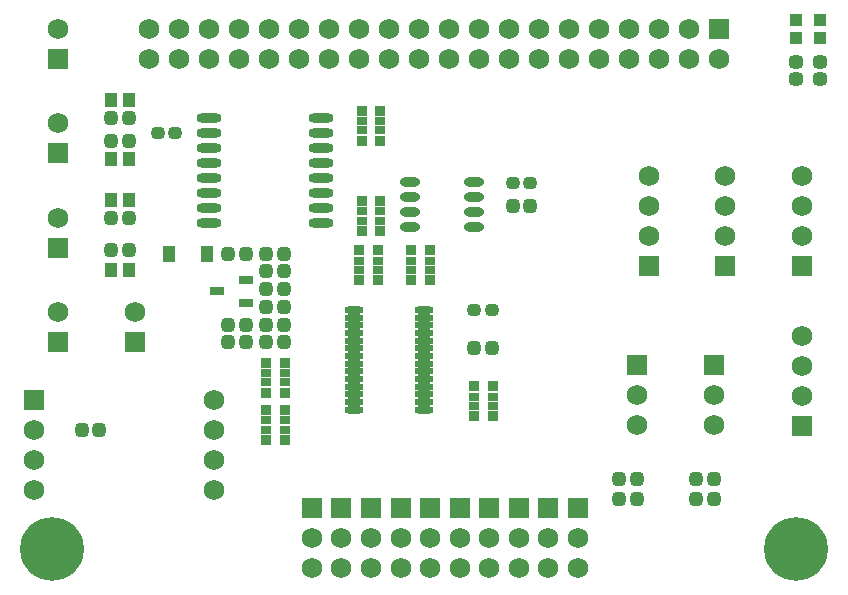
<source format=gts>
G04*
G04 #@! TF.GenerationSoftware,Altium Limited,Altium Designer,18.1.9 (240)*
G04*
G04 Layer_Color=8388736*
%FSTAX24Y24*%
%MOIN*%
G70*
G01*
G75*
%ADD31R,0.0434X0.0474*%
G04:AMPARAMS|DCode=32|XSize=43.4mil|YSize=47.4mil|CornerRadius=12.9mil|HoleSize=0mil|Usage=FLASHONLY|Rotation=0.000|XOffset=0mil|YOffset=0mil|HoleType=Round|Shape=RoundedRectangle|*
%AMROUNDEDRECTD32*
21,1,0.0434,0.0217,0,0,0.0*
21,1,0.0177,0.0474,0,0,0.0*
1,1,0.0257,0.0089,-0.0108*
1,1,0.0257,-0.0089,-0.0108*
1,1,0.0257,-0.0089,0.0108*
1,1,0.0257,0.0089,0.0108*
%
%ADD32ROUNDEDRECTD32*%
%ADD33R,0.0474X0.0316*%
%ADD34R,0.0395X0.0395*%
%ADD35R,0.0356X0.0332*%
%ADD36R,0.0356X0.0277*%
G04:AMPARAMS|DCode=37|XSize=43.4mil|YSize=47.4mil|CornerRadius=12.9mil|HoleSize=0mil|Usage=FLASHONLY|Rotation=90.000|XOffset=0mil|YOffset=0mil|HoleType=Round|Shape=RoundedRectangle|*
%AMROUNDEDRECTD37*
21,1,0.0434,0.0217,0,0,90.0*
21,1,0.0177,0.0474,0,0,90.0*
1,1,0.0257,0.0108,0.0089*
1,1,0.0257,0.0108,-0.0089*
1,1,0.0257,-0.0108,-0.0089*
1,1,0.0257,-0.0108,0.0089*
%
%ADD37ROUNDEDRECTD37*%
G04:AMPARAMS|DCode=38|XSize=43.4mil|YSize=39.5mil|CornerRadius=11.9mil|HoleSize=0mil|Usage=FLASHONLY|Rotation=180.000|XOffset=0mil|YOffset=0mil|HoleType=Round|Shape=RoundedRectangle|*
%AMROUNDEDRECTD38*
21,1,0.0434,0.0157,0,0,180.0*
21,1,0.0197,0.0395,0,0,180.0*
1,1,0.0237,-0.0098,0.0079*
1,1,0.0237,0.0098,0.0079*
1,1,0.0237,0.0098,-0.0079*
1,1,0.0237,-0.0098,-0.0079*
%
%ADD38ROUNDEDRECTD38*%
%ADD39O,0.0671X0.0316*%
%ADD40O,0.0828X0.0316*%
%ADD41R,0.0440X0.0560*%
%ADD42O,0.0631X0.0257*%
%ADD43R,0.0680X0.0680*%
%ADD44C,0.0680*%
%ADD45C,0.2127*%
%ADD46R,0.0680X0.0680*%
D31*
X013346Y026339D02*
D03*
X013937D02*
D03*
X013346Y02437D02*
D03*
X013937D02*
D03*
X013346Y023008D02*
D03*
X013937D02*
D03*
X013346Y020669D02*
D03*
X013937D02*
D03*
D32*
X030276Y013701D02*
D03*
X030866D02*
D03*
X032835D02*
D03*
X033425D02*
D03*
X032835Y013031D02*
D03*
X033425D02*
D03*
X013346Y024961D02*
D03*
X013937D02*
D03*
X013346Y025748D02*
D03*
X013937D02*
D03*
X012953Y015331D02*
D03*
X012362D02*
D03*
X013346Y022402D02*
D03*
X013937D02*
D03*
X013346Y021339D02*
D03*
X013937D02*
D03*
X017244Y018858D02*
D03*
X017835D02*
D03*
X030276Y013031D02*
D03*
X030866D02*
D03*
X017835Y02122D02*
D03*
X017244D02*
D03*
X026732Y022795D02*
D03*
X027323D02*
D03*
X017835Y018268D02*
D03*
X017244D02*
D03*
X018524Y02122D02*
D03*
X019114D02*
D03*
X018524Y02063D02*
D03*
X019114D02*
D03*
X018524Y020039D02*
D03*
X019114D02*
D03*
X018524Y019449D02*
D03*
X019114D02*
D03*
X018524Y018858D02*
D03*
X019114D02*
D03*
X018524Y018268D02*
D03*
X019114D02*
D03*
X025453Y018071D02*
D03*
X026043D02*
D03*
D33*
X01689Y019961D02*
D03*
X017835Y020335D02*
D03*
Y019587D02*
D03*
D34*
X036181Y028406D02*
D03*
Y028996D02*
D03*
X036969Y028406D02*
D03*
Y028996D02*
D03*
D35*
X023966Y020327D02*
D03*
Y021327D02*
D03*
X023336Y020327D02*
D03*
Y021327D02*
D03*
X022244Y020327D02*
D03*
Y021327D02*
D03*
X021614Y020327D02*
D03*
Y021327D02*
D03*
X021693Y02599D02*
D03*
Y02499D02*
D03*
X022323Y02599D02*
D03*
Y02499D02*
D03*
X021693Y02297D02*
D03*
Y02197D02*
D03*
X022323Y02297D02*
D03*
Y02197D02*
D03*
X018504Y017587D02*
D03*
Y016587D02*
D03*
X019134Y017587D02*
D03*
Y016587D02*
D03*
Y015012D02*
D03*
Y016012D02*
D03*
X018504Y015012D02*
D03*
Y016012D02*
D03*
X026063Y015799D02*
D03*
Y016799D02*
D03*
X025433Y015799D02*
D03*
Y016799D02*
D03*
D36*
X023966Y020669D02*
D03*
Y020984D02*
D03*
X023336Y020669D02*
D03*
Y020984D02*
D03*
X022244Y020669D02*
D03*
Y020984D02*
D03*
X021614Y020669D02*
D03*
Y020984D02*
D03*
X021693Y025648D02*
D03*
Y025333D02*
D03*
X022323Y025648D02*
D03*
Y025333D02*
D03*
X021693Y022628D02*
D03*
Y022313D02*
D03*
X022323Y022628D02*
D03*
Y022313D02*
D03*
X018504Y017244D02*
D03*
Y016929D02*
D03*
X019134Y017244D02*
D03*
Y016929D02*
D03*
Y015354D02*
D03*
Y015669D02*
D03*
X018504Y015354D02*
D03*
Y015669D02*
D03*
X026063Y016142D02*
D03*
Y016457D02*
D03*
X025433Y016142D02*
D03*
Y016457D02*
D03*
D37*
X036969Y027028D02*
D03*
Y027618D02*
D03*
X036181Y027028D02*
D03*
Y027618D02*
D03*
D38*
X015482Y025226D02*
D03*
X014892D02*
D03*
X027323Y023583D02*
D03*
X026732D02*
D03*
X025453Y019331D02*
D03*
X026043D02*
D03*
D39*
X023307Y023624D02*
D03*
Y023124D02*
D03*
Y022624D02*
D03*
Y022124D02*
D03*
X025433Y023624D02*
D03*
Y023124D02*
D03*
Y022624D02*
D03*
Y022124D02*
D03*
D40*
X016594Y025726D02*
D03*
Y025226D02*
D03*
Y024726D02*
D03*
Y024226D02*
D03*
Y023726D02*
D03*
Y023226D02*
D03*
Y022726D02*
D03*
Y022226D02*
D03*
X020335Y025726D02*
D03*
Y025226D02*
D03*
Y024726D02*
D03*
Y024226D02*
D03*
Y023726D02*
D03*
Y023226D02*
D03*
Y022726D02*
D03*
Y022226D02*
D03*
D41*
X015261Y02122D02*
D03*
X016551D02*
D03*
D42*
X02376Y016014D02*
D03*
Y01627D02*
D03*
Y016526D02*
D03*
Y016782D02*
D03*
Y017037D02*
D03*
Y017293D02*
D03*
Y017549D02*
D03*
Y017805D02*
D03*
Y018061D02*
D03*
Y018317D02*
D03*
Y018573D02*
D03*
Y018829D02*
D03*
Y019085D02*
D03*
Y019341D02*
D03*
X021437Y016014D02*
D03*
Y01627D02*
D03*
Y016526D02*
D03*
Y016782D02*
D03*
Y017037D02*
D03*
Y017293D02*
D03*
Y017549D02*
D03*
Y017805D02*
D03*
Y018061D02*
D03*
Y018317D02*
D03*
Y018573D02*
D03*
Y018829D02*
D03*
Y019085D02*
D03*
Y019341D02*
D03*
D43*
X011575Y021402D02*
D03*
Y027717D02*
D03*
X03126Y020811D02*
D03*
X033819D02*
D03*
X030866Y017512D02*
D03*
X033425D02*
D03*
X014134Y018268D02*
D03*
X036378Y020811D02*
D03*
X028898Y012756D02*
D03*
X011575Y024567D02*
D03*
Y018268D02*
D03*
X036378Y01548D02*
D03*
X010787Y016331D02*
D03*
X027913Y012756D02*
D03*
X026929Y012756D02*
D03*
X025945Y012756D02*
D03*
X024961D02*
D03*
X023976D02*
D03*
X022992D02*
D03*
X022008D02*
D03*
X021024D02*
D03*
X020039D02*
D03*
D44*
X011575Y022402D02*
D03*
Y028717D02*
D03*
X03126Y021811D02*
D03*
Y022811D02*
D03*
Y023811D02*
D03*
X023622Y028717D02*
D03*
X022622D02*
D03*
X021622D02*
D03*
X020622D02*
D03*
X019622D02*
D03*
X018622D02*
D03*
X017622D02*
D03*
X016622D02*
D03*
X015622D02*
D03*
X014622D02*
D03*
X032622D02*
D03*
X031622D02*
D03*
X030622D02*
D03*
X029622D02*
D03*
X028622D02*
D03*
X027622D02*
D03*
X026622D02*
D03*
X025622D02*
D03*
X024622D02*
D03*
Y027717D02*
D03*
X025622D02*
D03*
X026622D02*
D03*
X027622D02*
D03*
X028622D02*
D03*
X029622D02*
D03*
X030622D02*
D03*
X031622D02*
D03*
X032622D02*
D03*
X033622D02*
D03*
X014622D02*
D03*
X015622D02*
D03*
X016622D02*
D03*
X017622D02*
D03*
X018622D02*
D03*
X019622D02*
D03*
X020622D02*
D03*
X021622D02*
D03*
X022622D02*
D03*
X023622D02*
D03*
X033819Y021811D02*
D03*
Y022811D02*
D03*
Y023811D02*
D03*
X030866Y016512D02*
D03*
Y015512D02*
D03*
X033425Y016512D02*
D03*
Y015512D02*
D03*
X014134Y019268D02*
D03*
X036378Y021811D02*
D03*
Y022811D02*
D03*
Y023811D02*
D03*
X028898Y011756D02*
D03*
Y010756D02*
D03*
X011575Y025567D02*
D03*
Y019268D02*
D03*
X036378Y01648D02*
D03*
Y01748D02*
D03*
Y01848D02*
D03*
X016787Y013331D02*
D03*
Y014331D02*
D03*
Y015331D02*
D03*
Y016331D02*
D03*
X010787Y015331D02*
D03*
Y014331D02*
D03*
Y013331D02*
D03*
X027913Y011756D02*
D03*
Y010756D02*
D03*
X026929Y011756D02*
D03*
Y010756D02*
D03*
X025945Y011756D02*
D03*
Y010756D02*
D03*
X024961Y011756D02*
D03*
Y010756D02*
D03*
X023976Y011756D02*
D03*
Y010756D02*
D03*
X022992Y011756D02*
D03*
Y010756D02*
D03*
X022008Y011756D02*
D03*
Y010756D02*
D03*
X021024Y011756D02*
D03*
Y010756D02*
D03*
X020039Y011756D02*
D03*
Y010756D02*
D03*
D45*
X036181Y011378D02*
D03*
X011378D02*
D03*
D46*
X033622Y028717D02*
D03*
M02*

</source>
